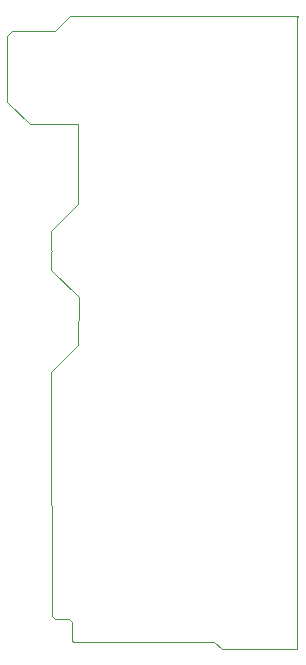
<source format=gbr>
G04*
G04 #@! TF.GenerationSoftware,Altium Limited,Altium Designer,24.5.2 (23)*
G04*
G04 Layer_Color=0*
%FSLAX44Y44*%
%MOMM*%
G71*
G04*
G04 #@! TF.SameCoordinates,B971CA3B-A222-4AFF-BBFA-218D2BC303AB*
G04*
G04*
G04 #@! TF.FilePolarity,Positive*
G04*
G01*
G75*
%ADD17C,0.0254*%
D17*
X643890Y880110D02*
X644525Y920115D01*
X621030Y943610D01*
Y958850D01*
X621665Y959485D01*
X621030Y960120D01*
Y976630D01*
X643890Y999490D01*
Y1066800D01*
X603250D01*
X584200Y1085850D01*
Y1141730D01*
X588010Y1145540D01*
X624840D01*
X637540Y1158240D01*
X830580D01*
X829310Y1156970D01*
Y622300D01*
X765810D01*
X759460Y628650D01*
X640080D01*
X638810Y629920D01*
Y645160D01*
X636270Y647700D01*
X624840D01*
X622300Y650240D01*
X621030Y838200D01*
Y857250D01*
X643890Y880110D01*
M02*

</source>
